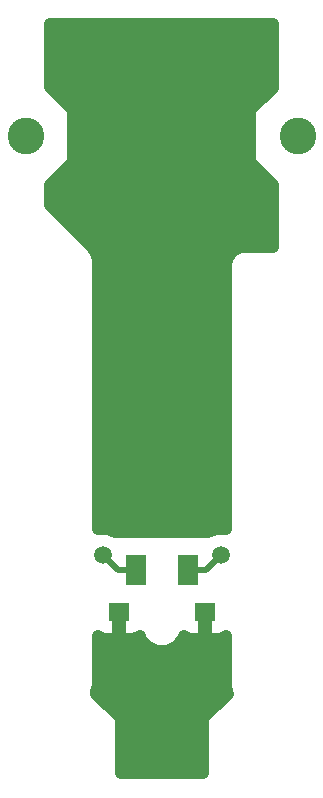
<source format=gbr>
G04 (created by PCBNEW (2013-may-18)-stable) date Вт 27 окт 2015 03:11:57*
%MOIN*%
G04 Gerber Fmt 3.4, Leading zero omitted, Abs format*
%FSLAX34Y34*%
G01*
G70*
G90*
G04 APERTURE LIST*
%ADD10C,0.00393701*%
%ADD11C,0.122047*%
%ADD12R,0.0669291X0.0629921*%
%ADD13R,0.0669291X0.0984252*%
%ADD14C,0.0590551*%
%ADD15C,0.019685*%
%ADD16C,0.0393701*%
G04 APERTURE END LIST*
G54D10*
G54D11*
X7086Y-10236D03*
X16141Y-10236D03*
G54D12*
X10177Y-26102D03*
G54D13*
X10748Y-24704D03*
X12480Y-24704D03*
G54D12*
X13051Y-26102D03*
G54D14*
X9645Y-24212D03*
X13582Y-24212D03*
G54D15*
X10748Y-24704D02*
X10137Y-24704D01*
X10137Y-24704D02*
X9645Y-24212D01*
X12480Y-24704D02*
X13090Y-24704D01*
X13090Y-24704D02*
X13582Y-24212D01*
X10177Y-26102D02*
X10177Y-27893D01*
X13051Y-27893D02*
X13051Y-26102D01*
X12992Y-27952D02*
X13051Y-27893D01*
X10236Y-27952D02*
X12992Y-27952D01*
X10177Y-27893D02*
X10236Y-27952D01*
G54D10*
G36*
X15320Y-13933D02*
X14365Y-13933D01*
X14128Y-13980D01*
X13926Y-14114D01*
X13792Y-14315D01*
X13745Y-14553D01*
X13750Y-14576D01*
X13750Y-23326D01*
X13407Y-23326D01*
X13168Y-23425D01*
X10059Y-23425D01*
X9822Y-23326D01*
X9478Y-23326D01*
X9478Y-14370D01*
X9431Y-14132D01*
X9428Y-14128D01*
X9426Y-14119D01*
X9292Y-13917D01*
X7898Y-12524D01*
X7898Y-11867D01*
X8661Y-11105D01*
X8661Y-9367D01*
X7898Y-8604D01*
X7898Y-6511D01*
X15320Y-6511D01*
X15320Y-8614D01*
X14566Y-9367D01*
X14566Y-11105D01*
X15320Y-11858D01*
X15320Y-13933D01*
X15320Y-13933D01*
G37*
G54D16*
X15320Y-13933D02*
X14365Y-13933D01*
X14128Y-13980D01*
X13926Y-14114D01*
X13792Y-14315D01*
X13745Y-14553D01*
X13750Y-14576D01*
X13750Y-23326D01*
X13407Y-23326D01*
X13168Y-23425D01*
X10059Y-23425D01*
X9822Y-23326D01*
X9478Y-23326D01*
X9478Y-14370D01*
X9431Y-14132D01*
X9428Y-14128D01*
X9426Y-14119D01*
X9292Y-13917D01*
X7898Y-12524D01*
X7898Y-11867D01*
X8661Y-11105D01*
X8661Y-9367D01*
X7898Y-8604D01*
X7898Y-6511D01*
X15320Y-6511D01*
X15320Y-8614D01*
X14566Y-9367D01*
X14566Y-11105D01*
X15320Y-11858D01*
X15320Y-13933D01*
G54D10*
G36*
X13820Y-28814D02*
X12992Y-29642D01*
X12992Y-31466D01*
X10236Y-31466D01*
X10236Y-29642D01*
X9408Y-28814D01*
X9431Y-28780D01*
X9431Y-28780D01*
X9478Y-28543D01*
X9478Y-28543D01*
X9478Y-26888D01*
X9508Y-26918D01*
X9725Y-27007D01*
X9990Y-27007D01*
X10137Y-26860D01*
X10137Y-26141D01*
X10129Y-26141D01*
X10129Y-26062D01*
X10137Y-26062D01*
X10137Y-26055D01*
X10216Y-26055D01*
X10216Y-26062D01*
X10224Y-26062D01*
X10224Y-26141D01*
X10216Y-26141D01*
X10216Y-26860D01*
X10364Y-27007D01*
X10628Y-27007D01*
X10845Y-26918D01*
X10872Y-26892D01*
X10929Y-27031D01*
X11156Y-27258D01*
X11452Y-27381D01*
X11774Y-27382D01*
X12070Y-27259D01*
X12297Y-27032D01*
X12356Y-26892D01*
X12382Y-26918D01*
X12599Y-27007D01*
X12864Y-27007D01*
X13011Y-26860D01*
X13011Y-26141D01*
X13003Y-26141D01*
X13003Y-26062D01*
X13011Y-26062D01*
X13011Y-26055D01*
X13090Y-26055D01*
X13090Y-26062D01*
X13098Y-26062D01*
X13098Y-26141D01*
X13090Y-26141D01*
X13090Y-26860D01*
X13238Y-27007D01*
X13502Y-27007D01*
X13719Y-26918D01*
X13750Y-26888D01*
X13750Y-28543D01*
X13797Y-28780D01*
X13820Y-28814D01*
X13820Y-28814D01*
G37*
G54D16*
X13820Y-28814D02*
X12992Y-29642D01*
X12992Y-31466D01*
X10236Y-31466D01*
X10236Y-29642D01*
X9408Y-28814D01*
X9431Y-28780D01*
X9431Y-28780D01*
X9478Y-28543D01*
X9478Y-28543D01*
X9478Y-26888D01*
X9508Y-26918D01*
X9725Y-27007D01*
X9990Y-27007D01*
X10137Y-26860D01*
X10137Y-26141D01*
X10129Y-26141D01*
X10129Y-26062D01*
X10137Y-26062D01*
X10137Y-26055D01*
X10216Y-26055D01*
X10216Y-26062D01*
X10224Y-26062D01*
X10224Y-26141D01*
X10216Y-26141D01*
X10216Y-26860D01*
X10364Y-27007D01*
X10628Y-27007D01*
X10845Y-26918D01*
X10872Y-26892D01*
X10929Y-27031D01*
X11156Y-27258D01*
X11452Y-27381D01*
X11774Y-27382D01*
X12070Y-27259D01*
X12297Y-27032D01*
X12356Y-26892D01*
X12382Y-26918D01*
X12599Y-27007D01*
X12864Y-27007D01*
X13011Y-26860D01*
X13011Y-26141D01*
X13003Y-26141D01*
X13003Y-26062D01*
X13011Y-26062D01*
X13011Y-26055D01*
X13090Y-26055D01*
X13090Y-26062D01*
X13098Y-26062D01*
X13098Y-26141D01*
X13090Y-26141D01*
X13090Y-26860D01*
X13238Y-27007D01*
X13502Y-27007D01*
X13719Y-26918D01*
X13750Y-26888D01*
X13750Y-28543D01*
X13797Y-28780D01*
X13820Y-28814D01*
M02*

</source>
